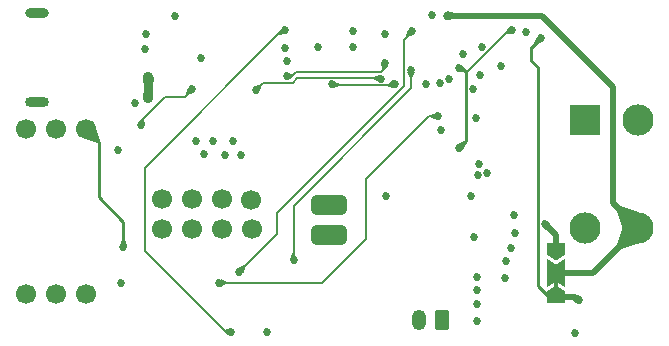
<source format=gbr>
%TF.GenerationSoftware,KiCad,Pcbnew,8.0.4*%
%TF.CreationDate,2025-03-23T22:29:41-04:00*%
%TF.ProjectId,wsg3.0,77736733-2e30-42e6-9b69-6361645f7063,rev?*%
%TF.SameCoordinates,Original*%
%TF.FileFunction,Copper,L4,Bot*%
%TF.FilePolarity,Positive*%
%FSLAX46Y46*%
G04 Gerber Fmt 4.6, Leading zero omitted, Abs format (unit mm)*
G04 Created by KiCad (PCBNEW 8.0.4) date 2025-03-23 22:29:41*
%MOMM*%
%LPD*%
G01*
G04 APERTURE LIST*
G04 Aperture macros list*
%AMRoundRect*
0 Rectangle with rounded corners*
0 $1 Rounding radius*
0 $2 $3 $4 $5 $6 $7 $8 $9 X,Y pos of 4 corners*
0 Add a 4 corners polygon primitive as box body*
4,1,4,$2,$3,$4,$5,$6,$7,$8,$9,$2,$3,0*
0 Add four circle primitives for the rounded corners*
1,1,$1+$1,$2,$3*
1,1,$1+$1,$4,$5*
1,1,$1+$1,$6,$7*
1,1,$1+$1,$8,$9*
0 Add four rect primitives between the rounded corners*
20,1,$1+$1,$2,$3,$4,$5,0*
20,1,$1+$1,$4,$5,$6,$7,0*
20,1,$1+$1,$6,$7,$8,$9,0*
20,1,$1+$1,$8,$9,$2,$3,0*%
%AMFreePoly0*
4,1,6,1.000000,0.000000,0.500000,-0.750000,-0.500000,-0.750000,-0.500000,0.750000,0.500000,0.750000,1.000000,0.000000,1.000000,0.000000,$1*%
%AMFreePoly1*
4,1,7,0.700000,0.000000,1.200000,-0.750000,-1.200000,-0.750000,-0.700000,0.000000,-1.200000,0.750000,1.200000,0.750000,0.700000,0.000000,0.700000,0.000000,$1*%
G04 Aperture macros list end*
%TA.AperFunction,EtchedComponent*%
%ADD10C,0.200000*%
%TD*%
%TA.AperFunction,ComponentPad*%
%ADD11C,1.700000*%
%TD*%
%TA.AperFunction,ComponentPad*%
%ADD12R,2.640000X2.640000*%
%TD*%
%TA.AperFunction,ComponentPad*%
%ADD13C,2.640000*%
%TD*%
%TA.AperFunction,ComponentPad*%
%ADD14RoundRect,0.250000X0.350000X0.625000X-0.350000X0.625000X-0.350000X-0.625000X0.350000X-0.625000X0*%
%TD*%
%TA.AperFunction,ComponentPad*%
%ADD15O,1.200000X1.750000*%
%TD*%
%TA.AperFunction,ComponentPad*%
%ADD16RoundRect,0.425000X-1.075000X-0.425000X1.075000X-0.425000X1.075000X0.425000X-1.075000X0.425000X0*%
%TD*%
%TA.AperFunction,ComponentPad*%
%ADD17O,2.000000X0.822200*%
%TD*%
%TA.AperFunction,ComponentPad*%
%ADD18O,2.000000X0.898400*%
%TD*%
%TA.AperFunction,SMDPad,CuDef*%
%ADD19FreePoly0,90.000000*%
%TD*%
%TA.AperFunction,SMDPad,CuDef*%
%ADD20FreePoly1,90.000000*%
%TD*%
%TA.AperFunction,SMDPad,CuDef*%
%ADD21FreePoly0,270.000000*%
%TD*%
%TA.AperFunction,ViaPad*%
%ADD22C,0.685800*%
%TD*%
%TA.AperFunction,ViaPad*%
%ADD23C,0.889000*%
%TD*%
%TA.AperFunction,Conductor*%
%ADD24C,0.254000*%
%TD*%
%TA.AperFunction,Conductor*%
%ADD25C,0.127000*%
%TD*%
%TA.AperFunction,Conductor*%
%ADD26C,0.508000*%
%TD*%
%TA.AperFunction,Conductor*%
%ADD27C,0.762000*%
%TD*%
G04 APERTURE END LIST*
%TO.C,JP1*%
D10*
X46270000Y-23270000D02*
X46440000Y-23270000D01*
X46440000Y-23990000D01*
X46270000Y-23990000D01*
X46270000Y-23270000D01*
%TD*%
D11*
%TO.P,J3,1,D-*%
%TO.N,USB_D-*%
X1480000Y-24490000D03*
%TO.P,J3,2,SHIELD*%
%TO.N,GNDA*%
X4020000Y-24490000D03*
%TO.P,J3,3,D+*%
%TO.N,USB_D+*%
X6560000Y-24490000D03*
%TO.P,J3,4,GND*%
%TO.N,GNDA*%
X1480000Y-10490000D03*
%TO.P,J3,5,VBUS*%
%TO.N,5V USB*%
X4020000Y-10490000D03*
%TO.P,J3,6,CC*%
%TO.N,Net-(J3-CC)*%
X6560000Y-10490000D03*
%TD*%
D12*
%TO.P,J1,1,1*%
%TO.N,S+*%
X48850000Y-9750000D03*
D13*
%TO.P,J1,2,2*%
%TO.N,S-*%
X53300000Y-9750000D03*
%TO.P,J1,3,3*%
%TO.N,Gage Excitation*%
X53300000Y-18870000D03*
%TO.P,J1,4,4*%
%TO.N,GNDA*%
X48850000Y-18870000D03*
%TD*%
D14*
%TO.P,J4,1,Pin_1*%
%TO.N,BAT-*%
X36740000Y-26670000D03*
D15*
%TO.P,J4,2,Pin_2*%
%TO.N,BAT+*%
X34740000Y-26670000D03*
%TD*%
D16*
%TO.P,U1,15,BAT-*%
%TO.N,GNDA*%
X27161700Y-16916400D03*
%TO.P,U1,16,Bat+*%
%TO.N,BAT+*%
X27161700Y-19456400D03*
D11*
%TO.P,U1,17,MTDO*%
%TO.N,unconnected-(U1-MTDO-Pad17)*%
X12988500Y-18948400D03*
%TO.P,U1,18,MTDI*%
%TO.N,unconnected-(U1-MTDI-Pad18)*%
X13016500Y-16408400D03*
%TO.P,U1,19,GND*%
%TO.N,unconnected-(U1-GND-Pad19)*%
X15528500Y-18948400D03*
%TO.P,U1,20,EN*%
%TO.N,unconnected-(U1-EN-Pad20)*%
X15528500Y-16408400D03*
%TO.P,U1,21,MTCK*%
%TO.N,unconnected-(U1-MTCK-Pad21)*%
X18068500Y-18948400D03*
%TO.P,U1,22,MTMS*%
%TO.N,unconnected-(U1-MTMS-Pad22)*%
X18068500Y-16408400D03*
%TO.P,U1,23,3v3*%
%TO.N,unconnected-(U1-3v3-Pad23)*%
X20608500Y-18948400D03*
%TO.P,U1,24,BOOT*%
%TO.N,unconnected-(U1-BOOT-Pad24)*%
X20551700Y-16501000D03*
%TD*%
D17*
%TO.P,J2,MH1,MH1*%
%TO.N,unconnected-(J2-PadMH1)*%
X2440000Y-720000D03*
D18*
%TO.P,J2,MH2,MH2*%
%TO.N,unconnected-(J2-PadMH2)*%
X2440000Y-8220000D03*
%TD*%
D19*
%TO.P,JP1,1,A*%
%TO.N,2V5 Lin*%
X46350000Y-24700000D03*
D20*
%TO.P,JP1,2,C*%
%TO.N,Gage Excitation*%
X46350000Y-22700000D03*
D21*
%TO.P,JP1,3,B*%
%TO.N,5V Lin*%
X46350000Y-20700000D03*
%TD*%
D22*
%TO.N,GNDA*%
X36530000Y-6640000D03*
X35310000Y-6710000D03*
X15860000Y-11530000D03*
X39740000Y-14450000D03*
X26200000Y-3585000D03*
X42550000Y-20590000D03*
X10750000Y-8300000D03*
X11590000Y-3730000D03*
X42100000Y-21720000D03*
X42030000Y-23110000D03*
X11670000Y-2480000D03*
X37280000Y-6290000D03*
X42920000Y-19310000D03*
X23596600Y-4760000D03*
X9540000Y-23580000D03*
X42780000Y-17760000D03*
X43810000Y-2290000D03*
X39660000Y-25370000D03*
X40540000Y-14260000D03*
X39810000Y-13470000D03*
X38490000Y-4136900D03*
X39640000Y-23030000D03*
X39906100Y-5930000D03*
X16590000Y-12600000D03*
X40050000Y-3610000D03*
X14090000Y-950000D03*
X36620000Y-10580000D03*
X17300000Y-11530000D03*
X47950000Y-27790000D03*
%TO.N,5V5*%
X9290000Y-12310000D03*
X16310000Y-4540000D03*
X39370000Y-19700000D03*
X39700000Y-24150000D03*
X39650000Y-26760000D03*
X35850000Y-890000D03*
X39180000Y-16200000D03*
%TO.N,DAC Bias*%
X38150000Y-5360000D03*
X42625000Y-2095000D03*
X38160000Y-12140000D03*
%TO.N,3V3*%
X31913400Y-2480000D03*
X32000000Y-16190000D03*
X19030000Y-11550000D03*
X29150000Y-3560000D03*
X19700000Y-12680000D03*
X29160000Y-2250000D03*
X23440000Y-3640000D03*
X21880000Y-27730000D03*
X18300000Y-12730000D03*
%TO.N,ADC DReady*%
X19540000Y-22590000D03*
X34160000Y-2240000D03*
%TO.N,MISO*%
X23540000Y-6066600D03*
X31884079Y-4925516D03*
%TO.N,CS-ADC*%
X34080000Y-5530000D03*
X24140000Y-21650000D03*
%TO.N,2V5 Lin*%
X45060000Y-2840000D03*
X48310000Y-25010000D03*
%TO.N,5V Lin*%
X41720000Y-5150000D03*
X39610000Y-9580000D03*
X39346900Y-7120000D03*
X45433900Y-18580000D03*
%TO.N,CS-MEM*%
X18870000Y-27700000D03*
X23390000Y-2150000D03*
%TO.N,Net-(PS2-FB)*%
X15560000Y-7140000D03*
X11250000Y-10200000D03*
%TO.N,CS-DAC*%
X36380000Y-9440000D03*
X17860000Y-23550000D03*
%TO.N,Net-(J3-CC)*%
X9730000Y-20530000D03*
D23*
%TO.N,BAT-*%
X11800000Y-7900000D03*
X11832994Y-6132994D03*
D22*
%TO.N,MOSI_ADC*%
X20953012Y-7214053D03*
X31548247Y-6252957D03*
%TO.N,SCLK_ADC*%
X32735000Y-6705000D03*
X27360000Y-6743400D03*
%TO.N,Gage Excitation*%
X37120000Y-910000D03*
%TD*%
D24*
%TO.N,DAC Bias*%
X38652072Y-5587928D02*
X38750000Y-5685856D01*
X38424144Y-5360000D02*
X38652072Y-5587928D01*
X38750000Y-5685856D02*
X38750000Y-11550000D01*
X38750000Y-11550000D02*
X38160000Y-12140000D01*
D25*
X38912072Y-5587928D02*
X38652072Y-5587928D01*
X42405000Y-2095000D02*
X38912072Y-5587928D01*
X42625000Y-2095000D02*
X42405000Y-2095000D01*
D24*
X38150000Y-5360000D02*
X38424144Y-5360000D01*
D25*
%TO.N,ADC DReady*%
X22730000Y-19400000D02*
X19540000Y-22590000D01*
X22730000Y-17630000D02*
X22730000Y-19400000D01*
X33443500Y-6916500D02*
X22730000Y-17630000D01*
X34160000Y-2240000D02*
X33443500Y-2956500D01*
X33443500Y-2956500D02*
X33443500Y-6916500D01*
%TO.N,MISO*%
X31900000Y-5390000D02*
X31900000Y-4941437D01*
X31570000Y-5720000D02*
X24350000Y-5720000D01*
X31900000Y-4941437D02*
X31884079Y-4925516D01*
X31900000Y-5390000D02*
X31570000Y-5720000D01*
X24003400Y-6066600D02*
X23540000Y-6066600D01*
X24350000Y-5720000D02*
X24003400Y-6066600D01*
%TO.N,CS-ADC*%
X34080000Y-7070000D02*
X34080000Y-5530000D01*
X24140000Y-17010000D02*
X34080000Y-7070000D01*
X24140000Y-21650000D02*
X24140000Y-17010000D01*
D24*
%TO.N,2V5 Lin*%
X44270000Y-4730000D02*
X44830000Y-5290000D01*
D26*
X48000000Y-24700000D02*
X46350000Y-24700000D01*
D24*
X45060000Y-2840000D02*
X44290000Y-3610000D01*
X44290000Y-3610000D02*
X44270000Y-3610000D01*
X44830000Y-23770000D02*
X45760000Y-24700000D01*
X45760000Y-24700000D02*
X46350000Y-24700000D01*
X44830000Y-5290000D02*
X44830000Y-23770000D01*
D26*
X48310000Y-25010000D02*
X48000000Y-24700000D01*
D24*
X44270000Y-3610000D02*
X44270000Y-4730000D01*
D26*
%TO.N,5V Lin*%
X46350000Y-20700000D02*
X46350000Y-19496100D01*
X46350000Y-19496100D02*
X45433900Y-18580000D01*
D25*
%TO.N,CS-MEM*%
X23190000Y-2150000D02*
X23390000Y-2150000D01*
X18390000Y-27700000D02*
X11540000Y-20850000D01*
X18870000Y-27700000D02*
X18390000Y-27700000D01*
X11540000Y-13800000D02*
X23190000Y-2150000D01*
X11540000Y-20850000D02*
X11540000Y-13800000D01*
%TO.N,Net-(PS2-FB)*%
X11250000Y-10200000D02*
X11250000Y-9810000D01*
X14930000Y-7770000D02*
X15560000Y-7140000D01*
X13290000Y-7770000D02*
X14930000Y-7770000D01*
X11250000Y-9810000D02*
X13290000Y-7770000D01*
%TO.N,CS-DAC*%
X17860000Y-23550000D02*
X17880000Y-23530000D01*
X17880000Y-23530000D02*
X26540000Y-23530000D01*
X30250000Y-19820000D02*
X30250000Y-14780000D01*
X26540000Y-23530000D02*
X30250000Y-19820000D01*
X35590000Y-9440000D02*
X36380000Y-9440000D01*
X30250000Y-14780000D02*
X35590000Y-9440000D01*
D24*
%TO.N,Net-(J3-CC)*%
X9730000Y-18350000D02*
X7670000Y-16290000D01*
X7670000Y-16290000D02*
X7670000Y-11600000D01*
X7670000Y-11600000D02*
X6560000Y-10490000D01*
X9730000Y-20530000D02*
X9730000Y-18350000D01*
D27*
%TO.N,BAT-*%
X11832994Y-6132994D02*
X11832994Y-7867006D01*
X11832994Y-7867006D02*
X11800000Y-7900000D01*
D25*
%TO.N,MOSI_ADC*%
X21567065Y-6600000D02*
X24060000Y-6600000D01*
X24450000Y-6210000D02*
X31505290Y-6210000D01*
X20953012Y-7214053D02*
X21567065Y-6600000D01*
X24060000Y-6600000D02*
X24450000Y-6210000D01*
X31505290Y-6210000D02*
X31548247Y-6252957D01*
%TO.N,SCLK_ADC*%
X32653643Y-6786357D02*
X27402957Y-6786357D01*
X32735000Y-6705000D02*
X32653643Y-6786357D01*
X27402957Y-6786357D02*
X27360000Y-6743400D01*
D26*
%TO.N,Gage Excitation*%
X46350000Y-22700000D02*
X49470000Y-22700000D01*
X45130000Y-910000D02*
X37120000Y-910000D01*
X51220000Y-7000000D02*
X45130000Y-910000D01*
X49470000Y-22700000D02*
X53300000Y-18870000D01*
X53300000Y-18870000D02*
X51220000Y-16790000D01*
X51220000Y-16790000D02*
X51220000Y-7000000D01*
%TD*%
%TA.AperFunction,Conductor*%
%TO.N,CS-DAC*%
G36*
X18001993Y-23237767D02*
G01*
X18002052Y-23237791D01*
X18534688Y-23463477D01*
X18540967Y-23469859D01*
X18541822Y-23474249D01*
X18541822Y-23586245D01*
X18538395Y-23594518D01*
X18535324Y-23596725D01*
X18002409Y-23861244D01*
X17993475Y-23861853D01*
X17986727Y-23855966D01*
X17986416Y-23855284D01*
X17860879Y-23554504D01*
X17860856Y-23545552D01*
X17986691Y-23244056D01*
X17993039Y-23237743D01*
X18001993Y-23237767D01*
G37*
%TD.AperFunction*%
%TD*%
%TA.AperFunction,Conductor*%
%TO.N,MISO*%
G36*
X24112667Y-5863641D02*
G01*
X24118017Y-5866697D01*
X24196529Y-5945209D01*
X24199956Y-5953482D01*
X24196529Y-5961755D01*
X24195774Y-5962447D01*
X23790655Y-6302200D01*
X23782114Y-6304890D01*
X23774888Y-6301532D01*
X23544860Y-6072842D01*
X23541409Y-6064579D01*
X23542304Y-6060060D01*
X23667326Y-5759176D01*
X23673665Y-5752852D01*
X23681052Y-5752337D01*
X24112667Y-5863641D01*
G37*
%TD.AperFunction*%
%TD*%
%TA.AperFunction,Conductor*%
%TO.N,SCLK_ADC*%
G36*
X27501534Y-6432267D02*
G01*
X27502608Y-6432780D01*
X27513258Y-6438558D01*
X28031135Y-6719536D01*
X28036772Y-6726494D01*
X28037255Y-6729820D01*
X28037255Y-6841825D01*
X28033828Y-6850098D01*
X28029761Y-6852743D01*
X27501841Y-7056107D01*
X27492889Y-7055883D01*
X27486838Y-7049695D01*
X27404636Y-6852743D01*
X27360879Y-6747904D01*
X27360856Y-6738952D01*
X27486232Y-6438556D01*
X27492580Y-6432243D01*
X27501534Y-6432267D01*
G37*
%TD.AperFunction*%
%TD*%
%TA.AperFunction,Conductor*%
%TO.N,CS-MEM*%
G36*
X23082193Y-2022474D02*
G01*
X23383438Y-2146305D01*
X23389787Y-2152620D01*
X23390690Y-2157150D01*
X23390021Y-2482574D01*
X23386577Y-2490840D01*
X23379751Y-2494162D01*
X22878909Y-2555860D01*
X22870279Y-2553471D01*
X22869206Y-2552521D01*
X22790127Y-2473442D01*
X22786700Y-2465169D01*
X22788574Y-2458818D01*
X23067922Y-2026939D01*
X23075292Y-2021855D01*
X23082193Y-2022474D01*
G37*
%TD.AperFunction*%
%TD*%
%TA.AperFunction,Conductor*%
%TO.N,BAT-*%
G36*
X12210965Y-7020990D02*
G01*
X12214385Y-7028859D01*
X12244082Y-7887923D01*
X12240943Y-7896309D01*
X12232793Y-7900020D01*
X12232415Y-7900027D01*
X11800026Y-7900999D01*
X11799974Y-7900999D01*
X11368520Y-7900029D01*
X11360254Y-7896584D01*
X11356846Y-7888303D01*
X11356915Y-7887057D01*
X11450854Y-7027991D01*
X11455160Y-7020140D01*
X11462485Y-7017563D01*
X12202692Y-7017563D01*
X12210965Y-7020990D01*
G37*
%TD.AperFunction*%
%TD*%
%TA.AperFunction,Conductor*%
%TO.N,CS-ADC*%
G36*
X34299729Y-5620708D02*
G01*
X34385637Y-5656564D01*
X34391952Y-5662913D01*
X34391928Y-5671867D01*
X34391773Y-5672222D01*
X34146624Y-6208961D01*
X34140070Y-6215062D01*
X34135982Y-6215800D01*
X34024018Y-6215800D01*
X34015745Y-6212373D01*
X34013376Y-6208961D01*
X33768226Y-5672222D01*
X33767906Y-5663273D01*
X33774007Y-5656719D01*
X33774362Y-5656564D01*
X34075495Y-5530879D01*
X34084446Y-5530856D01*
X34299729Y-5620708D01*
G37*
%TD.AperFunction*%
%TD*%
%TA.AperFunction,Conductor*%
%TO.N,MISO*%
G36*
X31890319Y-4930375D02*
G01*
X32015948Y-5056738D01*
X32119195Y-5160589D01*
X32122598Y-5168872D01*
X32120045Y-5176133D01*
X31798809Y-5578919D01*
X31790972Y-5583250D01*
X31782367Y-5580771D01*
X31781389Y-5579897D01*
X31702923Y-5501431D01*
X31699996Y-5496539D01*
X31570336Y-5066862D01*
X31571227Y-5057953D01*
X31577046Y-5052680D01*
X31877537Y-4927820D01*
X31886489Y-4927811D01*
X31890319Y-4930375D01*
G37*
%TD.AperFunction*%
%TD*%
%TA.AperFunction,Conductor*%
%TO.N,ADC DReady*%
G36*
X33854365Y-2113366D02*
G01*
X34156190Y-2237436D01*
X34162539Y-2243751D01*
X34162563Y-2243809D01*
X34286624Y-2545613D01*
X34286600Y-2554567D01*
X34280251Y-2560882D01*
X34279907Y-2561017D01*
X33727012Y-2767208D01*
X33718063Y-2766887D01*
X33714651Y-2764518D01*
X33635481Y-2685348D01*
X33632054Y-2677075D01*
X33632789Y-2672993D01*
X33838977Y-2120104D01*
X33845077Y-2113554D01*
X33854026Y-2113233D01*
X33854365Y-2113366D01*
G37*
%TD.AperFunction*%
%TD*%
%TA.AperFunction,Conductor*%
%TO.N,CS-DAC*%
G36*
X36253280Y-9134007D02*
G01*
X36253435Y-9134362D01*
X36379119Y-9435494D01*
X36379143Y-9444448D01*
X36379119Y-9444506D01*
X36253435Y-9745637D01*
X36247086Y-9751952D01*
X36238132Y-9751928D01*
X36237777Y-9751773D01*
X35701039Y-9506623D01*
X35694937Y-9500069D01*
X35694200Y-9495981D01*
X35694200Y-9384018D01*
X35697627Y-9375745D01*
X35701037Y-9373377D01*
X36237778Y-9128225D01*
X36246726Y-9127905D01*
X36253280Y-9134007D01*
G37*
%TD.AperFunction*%
%TD*%
%TA.AperFunction,Conductor*%
%TO.N,SCLK_ADC*%
G36*
X32608214Y-6399220D02*
G01*
X32609074Y-6400891D01*
X32734119Y-6700494D01*
X32734143Y-6709448D01*
X32734119Y-6709506D01*
X32607911Y-7011894D01*
X32601562Y-7018209D01*
X32593555Y-7018533D01*
X32073524Y-6852456D01*
X32066685Y-6846675D01*
X32065383Y-6841311D01*
X32065383Y-6729361D01*
X32068810Y-6721088D01*
X32070906Y-6719424D01*
X32101361Y-6700494D01*
X32592101Y-6395459D01*
X32600936Y-6394003D01*
X32608214Y-6399220D01*
G37*
%TD.AperFunction*%
%TD*%
%TA.AperFunction,Conductor*%
%TO.N,ADC DReady*%
G36*
X19981936Y-22063112D02*
G01*
X19985348Y-22065481D01*
X20064518Y-22144651D01*
X20067945Y-22152924D01*
X20067207Y-22157012D01*
X19907156Y-22586190D01*
X19861024Y-22709891D01*
X19854922Y-22716445D01*
X19845973Y-22716766D01*
X19845613Y-22716624D01*
X19543809Y-22592563D01*
X19537460Y-22586248D01*
X19537436Y-22586190D01*
X19413375Y-22284386D01*
X19413399Y-22275432D01*
X19419748Y-22269117D01*
X19420028Y-22269006D01*
X19972990Y-22062791D01*
X19981936Y-22063112D01*
G37*
%TD.AperFunction*%
%TD*%
%TA.AperFunction,Conductor*%
%TO.N,CS-MEM*%
G36*
X18737680Y-27387070D02*
G01*
X18742759Y-27392785D01*
X18867694Y-27693456D01*
X18867704Y-27702410D01*
X18865139Y-27706242D01*
X18634945Y-27935097D01*
X18626662Y-27938500D01*
X18619378Y-27935929D01*
X18209765Y-27607547D01*
X18205453Y-27599698D01*
X18207954Y-27591100D01*
X18208801Y-27590154D01*
X18287218Y-27511737D01*
X18292320Y-27508749D01*
X18728788Y-27386011D01*
X18737680Y-27387070D01*
G37*
%TD.AperFunction*%
%TD*%
%TA.AperFunction,Conductor*%
%TO.N,DAC Bias*%
G36*
X38400234Y-5126309D02*
G01*
X38400679Y-5126782D01*
X38750786Y-5521104D01*
X38753737Y-5528872D01*
X38753737Y-5640682D01*
X38750310Y-5648955D01*
X38743031Y-5652340D01*
X38162656Y-5701820D01*
X38154122Y-5699108D01*
X38150004Y-5691156D01*
X38149963Y-5690219D01*
X38149014Y-5364878D01*
X38152416Y-5356597D01*
X38383689Y-5126274D01*
X38391968Y-5122865D01*
X38400234Y-5126309D01*
G37*
%TD.AperFunction*%
%TD*%
%TA.AperFunction,Conductor*%
%TO.N,2V5 Lin*%
G36*
X44753334Y-2712942D02*
G01*
X45056190Y-2837436D01*
X45062539Y-2843751D01*
X45062563Y-2843809D01*
X45187056Y-3146664D01*
X45187032Y-3155618D01*
X45181384Y-3161618D01*
X44672378Y-3411056D01*
X44663441Y-3411620D01*
X44658956Y-3408823D01*
X44491176Y-3241043D01*
X44487749Y-3232770D01*
X44488941Y-3227625D01*
X44738381Y-2718614D01*
X44745099Y-2712694D01*
X44753334Y-2712942D01*
G37*
%TD.AperFunction*%
%TD*%
%TA.AperFunction,Conductor*%
%TO.N,Net-(J3-CC)*%
G36*
X7342169Y-10169717D02*
G01*
X7348494Y-10176056D01*
X7348921Y-10177278D01*
X7792688Y-11715280D01*
X7791689Y-11724179D01*
X7784691Y-11729765D01*
X7781447Y-11730224D01*
X7544977Y-11730224D01*
X7541134Y-11729575D01*
X6246425Y-11279368D01*
X6239737Y-11273414D01*
X6239217Y-11264474D01*
X6239457Y-11263844D01*
X6558144Y-10493485D01*
X6564471Y-10487153D01*
X7333216Y-10169708D01*
X7342169Y-10169717D01*
G37*
%TD.AperFunction*%
%TD*%
%TA.AperFunction,Conductor*%
%TO.N,CS-ADC*%
G36*
X24204255Y-20967627D02*
G01*
X24206624Y-20971039D01*
X24451773Y-21507777D01*
X24452093Y-21516726D01*
X24445992Y-21523280D01*
X24445637Y-21523435D01*
X24144506Y-21649119D01*
X24135552Y-21649143D01*
X24135494Y-21649119D01*
X23834362Y-21523435D01*
X23828047Y-21517086D01*
X23828071Y-21508132D01*
X23828213Y-21507806D01*
X24073376Y-20971038D01*
X24079930Y-20964937D01*
X24084018Y-20964200D01*
X24195982Y-20964200D01*
X24204255Y-20967627D01*
G37*
%TD.AperFunction*%
%TD*%
%TA.AperFunction,Conductor*%
%TO.N,2V5 Lin*%
G36*
X47768258Y-24451618D02*
G01*
X48429699Y-24689065D01*
X48436328Y-24695086D01*
X48436758Y-24704030D01*
X48436567Y-24704525D01*
X48311896Y-25007820D01*
X48309331Y-25011662D01*
X48075586Y-25244446D01*
X48067306Y-25247856D01*
X48059283Y-25244648D01*
X47756258Y-24957461D01*
X47752610Y-24949283D01*
X47752606Y-24948969D01*
X47752606Y-24462631D01*
X47756033Y-24454358D01*
X47764306Y-24450931D01*
X47768258Y-24451618D01*
G37*
%TD.AperFunction*%
%TD*%
%TA.AperFunction,Conductor*%
%TO.N,Gage Excitation*%
G36*
X53290926Y-18868438D02*
G01*
X53298867Y-18872572D01*
X53301561Y-18879075D01*
X53413458Y-20160682D01*
X53410763Y-20169222D01*
X53405425Y-20172825D01*
X51856609Y-20677201D01*
X51847681Y-20676504D01*
X51844713Y-20674349D01*
X51495650Y-20325286D01*
X51492223Y-20317013D01*
X51492796Y-20313397D01*
X51997288Y-18764456D01*
X52003108Y-18757653D01*
X52009428Y-18756426D01*
X53290926Y-18868438D01*
G37*
%TD.AperFunction*%
%TD*%
%TA.AperFunction,Conductor*%
%TO.N,DAC Bias*%
G36*
X42390860Y-1861100D02*
G01*
X42392549Y-1862491D01*
X42622245Y-2090852D01*
X42625696Y-2099115D01*
X42625696Y-2099173D01*
X42625021Y-2427230D01*
X42621577Y-2435496D01*
X42614374Y-2438859D01*
X42110379Y-2484384D01*
X42101831Y-2481715D01*
X42101053Y-2481004D01*
X42021955Y-2401906D01*
X42018528Y-2393633D01*
X42020538Y-2387076D01*
X42374614Y-1864226D01*
X42382089Y-1859299D01*
X42390860Y-1861100D01*
G37*
%TD.AperFunction*%
%TD*%
%TA.AperFunction,Conductor*%
%TO.N,MOSI_ADC*%
G36*
X31415357Y-5940473D02*
G01*
X31421408Y-5946661D01*
X31547366Y-6248451D01*
X31547390Y-6257405D01*
X31547366Y-6257463D01*
X31422015Y-6557798D01*
X31415666Y-6564113D01*
X31406712Y-6564089D01*
X31405638Y-6563576D01*
X30877112Y-6276820D01*
X30871475Y-6269862D01*
X30870992Y-6266536D01*
X30870992Y-6154531D01*
X30874419Y-6146258D01*
X30878486Y-6143613D01*
X31406407Y-5940249D01*
X31415357Y-5940473D01*
G37*
%TD.AperFunction*%
%TD*%
%TA.AperFunction,Conductor*%
%TO.N,Net-(J3-CC)*%
G36*
X9856911Y-19847627D02*
G01*
X9859708Y-19852112D01*
X10043250Y-20388413D01*
X10042686Y-20397350D01*
X10036686Y-20402998D01*
X9734506Y-20529119D01*
X9725552Y-20529143D01*
X9725494Y-20529119D01*
X9423313Y-20402998D01*
X9416998Y-20396649D01*
X9416749Y-20388413D01*
X9600292Y-19852112D01*
X9606213Y-19845394D01*
X9611362Y-19844200D01*
X9848638Y-19844200D01*
X9856911Y-19847627D01*
G37*
%TD.AperFunction*%
%TD*%
%TA.AperFunction,Conductor*%
%TO.N,5V Lin*%
G36*
X45683498Y-18346940D02*
G01*
X45684466Y-18348045D01*
X46092164Y-18877184D01*
X46094499Y-18885828D01*
X46091169Y-18892597D01*
X45746497Y-19237269D01*
X45738224Y-19240696D01*
X45731084Y-19238264D01*
X45201947Y-18830568D01*
X45197486Y-18822805D01*
X45199821Y-18814160D01*
X45200782Y-18813062D01*
X45433193Y-18579293D01*
X45666954Y-18346891D01*
X45675235Y-18343489D01*
X45683498Y-18346940D01*
G37*
%TD.AperFunction*%
%TD*%
%TA.AperFunction,Conductor*%
%TO.N,MOSI_ADC*%
G36*
X21394948Y-6687165D02*
G01*
X21398360Y-6689534D01*
X21477530Y-6768704D01*
X21480957Y-6776977D01*
X21480219Y-6781065D01*
X21320168Y-7210243D01*
X21274036Y-7333944D01*
X21267934Y-7340498D01*
X21258985Y-7340819D01*
X21258625Y-7340677D01*
X20956821Y-7216616D01*
X20950472Y-7210301D01*
X20950448Y-7210243D01*
X20826387Y-6908439D01*
X20826411Y-6899485D01*
X20832760Y-6893170D01*
X20833040Y-6893059D01*
X21386002Y-6686844D01*
X21394948Y-6687165D01*
G37*
%TD.AperFunction*%
%TD*%
%TA.AperFunction,Conductor*%
%TO.N,BAT-*%
G36*
X12264957Y-6132965D02*
G01*
X12273222Y-6136410D01*
X12276630Y-6144691D01*
X12276600Y-6145499D01*
X12214770Y-7011128D01*
X12210763Y-7019136D01*
X12203100Y-7021994D01*
X11462888Y-7021994D01*
X11454615Y-7018567D01*
X11451218Y-7011128D01*
X11389387Y-6145499D01*
X11392215Y-6137002D01*
X11400223Y-6132995D01*
X11401008Y-6132965D01*
X11832994Y-6131994D01*
X12264957Y-6132965D01*
G37*
%TD.AperFunction*%
%TD*%
%TA.AperFunction,Conductor*%
%TO.N,Gage Excitation*%
G36*
X51856605Y-17062797D02*
G01*
X53405426Y-17567174D01*
X53412230Y-17572994D01*
X53413458Y-17579317D01*
X53301561Y-18860924D01*
X53297427Y-18868867D01*
X53290924Y-18871562D01*
X52009431Y-18983572D01*
X52000891Y-18980878D01*
X51997288Y-18975541D01*
X51492798Y-17426606D01*
X51493494Y-17417682D01*
X51495647Y-17414716D01*
X51844714Y-17065649D01*
X51852986Y-17062223D01*
X51856605Y-17062797D01*
G37*
%TD.AperFunction*%
%TD*%
%TA.AperFunction,Conductor*%
%TO.N,DAC Bias*%
G36*
X38561043Y-11571176D02*
G01*
X38728823Y-11738956D01*
X38732250Y-11747229D01*
X38731056Y-11752378D01*
X38481618Y-12261384D01*
X38474900Y-12267305D01*
X38466664Y-12267056D01*
X38163809Y-12142563D01*
X38157460Y-12136248D01*
X38157436Y-12136190D01*
X38032943Y-11833335D01*
X38032967Y-11824381D01*
X38038614Y-11818381D01*
X38547623Y-11568942D01*
X38556558Y-11568379D01*
X38561043Y-11571176D01*
G37*
%TD.AperFunction*%
%TD*%
%TA.AperFunction,Conductor*%
%TO.N,Net-(PS2-FB)*%
G36*
X15254365Y-7013366D02*
G01*
X15556190Y-7137436D01*
X15562539Y-7143751D01*
X15562563Y-7143809D01*
X15686624Y-7445613D01*
X15686600Y-7454567D01*
X15680251Y-7460882D01*
X15679907Y-7461017D01*
X15127012Y-7667208D01*
X15118063Y-7666887D01*
X15114651Y-7664518D01*
X15035481Y-7585348D01*
X15032054Y-7577075D01*
X15032789Y-7572993D01*
X15238977Y-7020104D01*
X15245077Y-7013554D01*
X15254026Y-7013233D01*
X15254365Y-7013366D01*
G37*
%TD.AperFunction*%
%TD*%
%TA.AperFunction,Conductor*%
%TO.N,Gage Excitation*%
G36*
X37133155Y-568805D02*
G01*
X37795604Y-654678D01*
X37803368Y-659140D01*
X37805800Y-666281D01*
X37805800Y-1153718D01*
X37802373Y-1161991D01*
X37795604Y-1165321D01*
X37133165Y-1251193D01*
X37124520Y-1248858D01*
X37120058Y-1241094D01*
X37119961Y-1239624D01*
X37119744Y-1165321D01*
X37119000Y-910000D01*
X37119961Y-580374D01*
X37123412Y-572112D01*
X37131695Y-568709D01*
X37133155Y-568805D01*
G37*
%TD.AperFunction*%
%TD*%
%TA.AperFunction,Conductor*%
%TO.N,Net-(PS2-FB)*%
G36*
X11422480Y-9564157D02*
G01*
X11501382Y-9643059D01*
X11504662Y-9649480D01*
X11590732Y-10186476D01*
X11588657Y-10195188D01*
X11581031Y-10199881D01*
X11579203Y-10200028D01*
X11254173Y-10200696D01*
X11245893Y-10197286D01*
X11245852Y-10197245D01*
X11109011Y-10059605D01*
X11015808Y-9965856D01*
X11012406Y-9957575D01*
X11015855Y-9949315D01*
X11405989Y-9564102D01*
X11414281Y-9560730D01*
X11422480Y-9564157D01*
G37*
%TD.AperFunction*%
%TD*%
M02*

</source>
